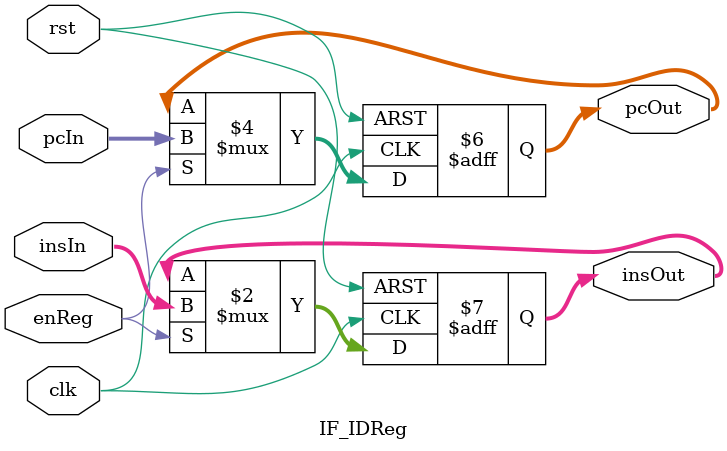
<source format=v>
module IF_IDReg(
    input clk,
    input rst,
    input enReg,
    input [31:0] pcIn,
    input [31:0] insIn,
    output reg [31:0] pcOut,
    output reg [31:0] insOut
);

always @(posedge clk or posedge rst) begin
    if (rst) begin
        pcOut <= 0;
        insOut <= 0;
    end
    else if (enReg) begin
        pcOut <= pcIn;
        insOut <= insIn;
    end
end

endmodule
</source>
